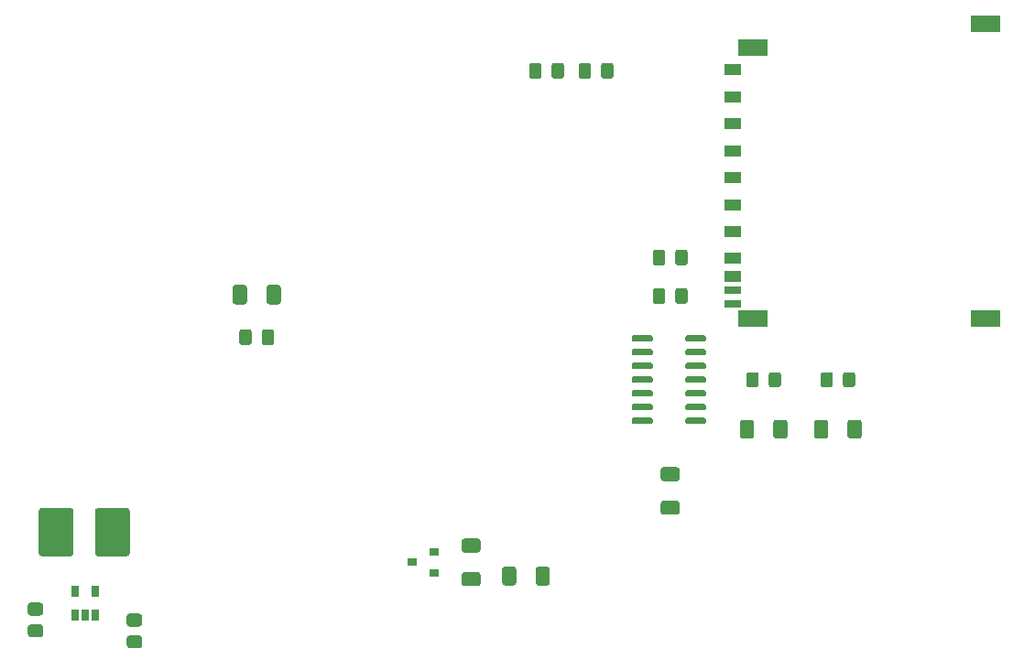
<source format=gbr>
%TF.GenerationSoftware,KiCad,Pcbnew,(5.1.9)-1*%
%TF.CreationDate,2021-11-24T15:49:22-05:00*%
%TF.ProjectId,BattTester,42617474-5465-4737-9465-722e6b696361,rev?*%
%TF.SameCoordinates,Original*%
%TF.FileFunction,Paste,Top*%
%TF.FilePolarity,Positive*%
%FSLAX46Y46*%
G04 Gerber Fmt 4.6, Leading zero omitted, Abs format (unit mm)*
G04 Created by KiCad (PCBNEW (5.1.9)-1) date 2021-11-24 15:49:22*
%MOMM*%
%LPD*%
G01*
G04 APERTURE LIST*
%ADD10R,0.650000X1.060000*%
%ADD11R,0.900000X0.800000*%
%ADD12R,2.800000X1.500000*%
%ADD13R,1.500000X0.700000*%
%ADD14R,1.500000X1.000000*%
G04 APERTURE END LIST*
D10*
%TO.C,U5*%
X151958000Y-123360000D03*
X153858000Y-123360000D03*
X153858000Y-125560000D03*
X152908000Y-125560000D03*
X151958000Y-125560000D03*
%TD*%
%TO.C,R10*%
G36*
G01*
X157930001Y-126600000D02*
X157029999Y-126600000D01*
G75*
G02*
X156780000Y-126350001I0J249999D01*
G01*
X156780000Y-125649999D01*
G75*
G02*
X157029999Y-125400000I249999J0D01*
G01*
X157930001Y-125400000D01*
G75*
G02*
X158180000Y-125649999I0J-249999D01*
G01*
X158180000Y-126350001D01*
G75*
G02*
X157930001Y-126600000I-249999J0D01*
G01*
G37*
G36*
G01*
X157930001Y-128600000D02*
X157029999Y-128600000D01*
G75*
G02*
X156780000Y-128350001I0J249999D01*
G01*
X156780000Y-127649999D01*
G75*
G02*
X157029999Y-127400000I249999J0D01*
G01*
X157930001Y-127400000D01*
G75*
G02*
X158180000Y-127649999I0J-249999D01*
G01*
X158180000Y-128350001D01*
G75*
G02*
X157930001Y-128600000I-249999J0D01*
G01*
G37*
%TD*%
%TO.C,R5*%
G36*
G01*
X148786001Y-125584000D02*
X147885999Y-125584000D01*
G75*
G02*
X147636000Y-125334001I0J249999D01*
G01*
X147636000Y-124633999D01*
G75*
G02*
X147885999Y-124384000I249999J0D01*
G01*
X148786001Y-124384000D01*
G75*
G02*
X149036000Y-124633999I0J-249999D01*
G01*
X149036000Y-125334001D01*
G75*
G02*
X148786001Y-125584000I-249999J0D01*
G01*
G37*
G36*
G01*
X148786001Y-127584000D02*
X147885999Y-127584000D01*
G75*
G02*
X147636000Y-127334001I0J249999D01*
G01*
X147636000Y-126633999D01*
G75*
G02*
X147885999Y-126384000I249999J0D01*
G01*
X148786001Y-126384000D01*
G75*
G02*
X149036000Y-126633999I0J-249999D01*
G01*
X149036000Y-127334001D01*
G75*
G02*
X148786001Y-127584000I-249999J0D01*
G01*
G37*
%TD*%
%TO.C,R4*%
G36*
G01*
X153848000Y-119831000D02*
X153848000Y-115881000D01*
G75*
G02*
X154098000Y-115631000I250000J0D01*
G01*
X156798000Y-115631000D01*
G75*
G02*
X157048000Y-115881000I0J-250000D01*
G01*
X157048000Y-119831000D01*
G75*
G02*
X156798000Y-120081000I-250000J0D01*
G01*
X154098000Y-120081000D01*
G75*
G02*
X153848000Y-119831000I0J250000D01*
G01*
G37*
G36*
G01*
X148648000Y-119831000D02*
X148648000Y-115881000D01*
G75*
G02*
X148898000Y-115631000I250000J0D01*
G01*
X151598000Y-115631000D01*
G75*
G02*
X151848000Y-115881000I0J-250000D01*
G01*
X151848000Y-119831000D01*
G75*
G02*
X151598000Y-120081000I-250000J0D01*
G01*
X148898000Y-120081000D01*
G75*
G02*
X148648000Y-119831000I0J250000D01*
G01*
G37*
%TD*%
%TO.C,R9*%
G36*
G01*
X189220000Y-119750000D02*
X187970000Y-119750000D01*
G75*
G02*
X187720000Y-119500000I0J250000D01*
G01*
X187720000Y-118700000D01*
G75*
G02*
X187970000Y-118450000I250000J0D01*
G01*
X189220000Y-118450000D01*
G75*
G02*
X189470000Y-118700000I0J-250000D01*
G01*
X189470000Y-119500000D01*
G75*
G02*
X189220000Y-119750000I-250000J0D01*
G01*
G37*
G36*
G01*
X189220000Y-122850000D02*
X187970000Y-122850000D01*
G75*
G02*
X187720000Y-122600000I0J250000D01*
G01*
X187720000Y-121800000D01*
G75*
G02*
X187970000Y-121550000I250000J0D01*
G01*
X189220000Y-121550000D01*
G75*
G02*
X189470000Y-121800000I0J-250000D01*
G01*
X189470000Y-122600000D01*
G75*
G02*
X189220000Y-122850000I-250000J0D01*
G01*
G37*
%TD*%
D11*
%TO.C,Q3*%
X183150000Y-120650000D03*
X185150000Y-119700000D03*
X185150000Y-121600000D03*
%TD*%
%TO.C,R8*%
G36*
G01*
X192775000Y-121295000D02*
X192775000Y-122545000D01*
G75*
G02*
X192525000Y-122795000I-250000J0D01*
G01*
X191725000Y-122795000D01*
G75*
G02*
X191475000Y-122545000I0J250000D01*
G01*
X191475000Y-121295000D01*
G75*
G02*
X191725000Y-121045000I250000J0D01*
G01*
X192525000Y-121045000D01*
G75*
G02*
X192775000Y-121295000I0J-250000D01*
G01*
G37*
G36*
G01*
X195875000Y-121295000D02*
X195875000Y-122545000D01*
G75*
G02*
X195625000Y-122795000I-250000J0D01*
G01*
X194825000Y-122795000D01*
G75*
G02*
X194575000Y-122545000I0J250000D01*
G01*
X194575000Y-121295000D01*
G75*
G02*
X194825000Y-121045000I250000J0D01*
G01*
X195625000Y-121045000D01*
G75*
G02*
X195875000Y-121295000I0J-250000D01*
G01*
G37*
%TD*%
%TO.C,U2*%
G36*
G01*
X208383000Y-100099000D02*
X208383000Y-99799000D01*
G75*
G02*
X208533000Y-99649000I150000J0D01*
G01*
X210183000Y-99649000D01*
G75*
G02*
X210333000Y-99799000I0J-150000D01*
G01*
X210333000Y-100099000D01*
G75*
G02*
X210183000Y-100249000I-150000J0D01*
G01*
X208533000Y-100249000D01*
G75*
G02*
X208383000Y-100099000I0J150000D01*
G01*
G37*
G36*
G01*
X208383000Y-101369000D02*
X208383000Y-101069000D01*
G75*
G02*
X208533000Y-100919000I150000J0D01*
G01*
X210183000Y-100919000D01*
G75*
G02*
X210333000Y-101069000I0J-150000D01*
G01*
X210333000Y-101369000D01*
G75*
G02*
X210183000Y-101519000I-150000J0D01*
G01*
X208533000Y-101519000D01*
G75*
G02*
X208383000Y-101369000I0J150000D01*
G01*
G37*
G36*
G01*
X208383000Y-102639000D02*
X208383000Y-102339000D01*
G75*
G02*
X208533000Y-102189000I150000J0D01*
G01*
X210183000Y-102189000D01*
G75*
G02*
X210333000Y-102339000I0J-150000D01*
G01*
X210333000Y-102639000D01*
G75*
G02*
X210183000Y-102789000I-150000J0D01*
G01*
X208533000Y-102789000D01*
G75*
G02*
X208383000Y-102639000I0J150000D01*
G01*
G37*
G36*
G01*
X208383000Y-103909000D02*
X208383000Y-103609000D01*
G75*
G02*
X208533000Y-103459000I150000J0D01*
G01*
X210183000Y-103459000D01*
G75*
G02*
X210333000Y-103609000I0J-150000D01*
G01*
X210333000Y-103909000D01*
G75*
G02*
X210183000Y-104059000I-150000J0D01*
G01*
X208533000Y-104059000D01*
G75*
G02*
X208383000Y-103909000I0J150000D01*
G01*
G37*
G36*
G01*
X208383000Y-105179000D02*
X208383000Y-104879000D01*
G75*
G02*
X208533000Y-104729000I150000J0D01*
G01*
X210183000Y-104729000D01*
G75*
G02*
X210333000Y-104879000I0J-150000D01*
G01*
X210333000Y-105179000D01*
G75*
G02*
X210183000Y-105329000I-150000J0D01*
G01*
X208533000Y-105329000D01*
G75*
G02*
X208383000Y-105179000I0J150000D01*
G01*
G37*
G36*
G01*
X208383000Y-106449000D02*
X208383000Y-106149000D01*
G75*
G02*
X208533000Y-105999000I150000J0D01*
G01*
X210183000Y-105999000D01*
G75*
G02*
X210333000Y-106149000I0J-150000D01*
G01*
X210333000Y-106449000D01*
G75*
G02*
X210183000Y-106599000I-150000J0D01*
G01*
X208533000Y-106599000D01*
G75*
G02*
X208383000Y-106449000I0J150000D01*
G01*
G37*
G36*
G01*
X208383000Y-107719000D02*
X208383000Y-107419000D01*
G75*
G02*
X208533000Y-107269000I150000J0D01*
G01*
X210183000Y-107269000D01*
G75*
G02*
X210333000Y-107419000I0J-150000D01*
G01*
X210333000Y-107719000D01*
G75*
G02*
X210183000Y-107869000I-150000J0D01*
G01*
X208533000Y-107869000D01*
G75*
G02*
X208383000Y-107719000I0J150000D01*
G01*
G37*
G36*
G01*
X203433000Y-107719000D02*
X203433000Y-107419000D01*
G75*
G02*
X203583000Y-107269000I150000J0D01*
G01*
X205233000Y-107269000D01*
G75*
G02*
X205383000Y-107419000I0J-150000D01*
G01*
X205383000Y-107719000D01*
G75*
G02*
X205233000Y-107869000I-150000J0D01*
G01*
X203583000Y-107869000D01*
G75*
G02*
X203433000Y-107719000I0J150000D01*
G01*
G37*
G36*
G01*
X203433000Y-106449000D02*
X203433000Y-106149000D01*
G75*
G02*
X203583000Y-105999000I150000J0D01*
G01*
X205233000Y-105999000D01*
G75*
G02*
X205383000Y-106149000I0J-150000D01*
G01*
X205383000Y-106449000D01*
G75*
G02*
X205233000Y-106599000I-150000J0D01*
G01*
X203583000Y-106599000D01*
G75*
G02*
X203433000Y-106449000I0J150000D01*
G01*
G37*
G36*
G01*
X203433000Y-105179000D02*
X203433000Y-104879000D01*
G75*
G02*
X203583000Y-104729000I150000J0D01*
G01*
X205233000Y-104729000D01*
G75*
G02*
X205383000Y-104879000I0J-150000D01*
G01*
X205383000Y-105179000D01*
G75*
G02*
X205233000Y-105329000I-150000J0D01*
G01*
X203583000Y-105329000D01*
G75*
G02*
X203433000Y-105179000I0J150000D01*
G01*
G37*
G36*
G01*
X203433000Y-103909000D02*
X203433000Y-103609000D01*
G75*
G02*
X203583000Y-103459000I150000J0D01*
G01*
X205233000Y-103459000D01*
G75*
G02*
X205383000Y-103609000I0J-150000D01*
G01*
X205383000Y-103909000D01*
G75*
G02*
X205233000Y-104059000I-150000J0D01*
G01*
X203583000Y-104059000D01*
G75*
G02*
X203433000Y-103909000I0J150000D01*
G01*
G37*
G36*
G01*
X203433000Y-102639000D02*
X203433000Y-102339000D01*
G75*
G02*
X203583000Y-102189000I150000J0D01*
G01*
X205233000Y-102189000D01*
G75*
G02*
X205383000Y-102339000I0J-150000D01*
G01*
X205383000Y-102639000D01*
G75*
G02*
X205233000Y-102789000I-150000J0D01*
G01*
X203583000Y-102789000D01*
G75*
G02*
X203433000Y-102639000I0J150000D01*
G01*
G37*
G36*
G01*
X203433000Y-101369000D02*
X203433000Y-101069000D01*
G75*
G02*
X203583000Y-100919000I150000J0D01*
G01*
X205233000Y-100919000D01*
G75*
G02*
X205383000Y-101069000I0J-150000D01*
G01*
X205383000Y-101369000D01*
G75*
G02*
X205233000Y-101519000I-150000J0D01*
G01*
X203583000Y-101519000D01*
G75*
G02*
X203433000Y-101369000I0J150000D01*
G01*
G37*
G36*
G01*
X203433000Y-100099000D02*
X203433000Y-99799000D01*
G75*
G02*
X203583000Y-99649000I150000J0D01*
G01*
X205233000Y-99649000D01*
G75*
G02*
X205383000Y-99799000I0J-150000D01*
G01*
X205383000Y-100099000D01*
G75*
G02*
X205233000Y-100249000I-150000J0D01*
G01*
X203583000Y-100249000D01*
G75*
G02*
X203433000Y-100099000I0J150000D01*
G01*
G37*
%TD*%
%TO.C,R6*%
G36*
G01*
X206384999Y-114946000D02*
X207635001Y-114946000D01*
G75*
G02*
X207885000Y-115195999I0J-249999D01*
G01*
X207885000Y-115996001D01*
G75*
G02*
X207635001Y-116246000I-249999J0D01*
G01*
X206384999Y-116246000D01*
G75*
G02*
X206135000Y-115996001I0J249999D01*
G01*
X206135000Y-115195999D01*
G75*
G02*
X206384999Y-114946000I249999J0D01*
G01*
G37*
G36*
G01*
X206384999Y-111846000D02*
X207635001Y-111846000D01*
G75*
G02*
X207885000Y-112095999I0J-249999D01*
G01*
X207885000Y-112896001D01*
G75*
G02*
X207635001Y-113146000I-249999J0D01*
G01*
X206384999Y-113146000D01*
G75*
G02*
X206135000Y-112896001I0J249999D01*
G01*
X206135000Y-112095999D01*
G75*
G02*
X206384999Y-111846000I249999J0D01*
G01*
G37*
%TD*%
%TO.C,R2*%
G36*
G01*
X221604000Y-107705999D02*
X221604000Y-108956001D01*
G75*
G02*
X221354001Y-109206000I-249999J0D01*
G01*
X220553999Y-109206000D01*
G75*
G02*
X220304000Y-108956001I0J249999D01*
G01*
X220304000Y-107705999D01*
G75*
G02*
X220553999Y-107456000I249999J0D01*
G01*
X221354001Y-107456000D01*
G75*
G02*
X221604000Y-107705999I0J-249999D01*
G01*
G37*
G36*
G01*
X224704000Y-107705999D02*
X224704000Y-108956001D01*
G75*
G02*
X224454001Y-109206000I-249999J0D01*
G01*
X223653999Y-109206000D01*
G75*
G02*
X223404000Y-108956001I0J249999D01*
G01*
X223404000Y-107705999D01*
G75*
G02*
X223653999Y-107456000I249999J0D01*
G01*
X224454001Y-107456000D01*
G75*
G02*
X224704000Y-107705999I0J-249999D01*
G01*
G37*
%TD*%
%TO.C,R1*%
G36*
G01*
X214746000Y-107705999D02*
X214746000Y-108956001D01*
G75*
G02*
X214496001Y-109206000I-249999J0D01*
G01*
X213695999Y-109206000D01*
G75*
G02*
X213446000Y-108956001I0J249999D01*
G01*
X213446000Y-107705999D01*
G75*
G02*
X213695999Y-107456000I249999J0D01*
G01*
X214496001Y-107456000D01*
G75*
G02*
X214746000Y-107705999I0J-249999D01*
G01*
G37*
G36*
G01*
X217846000Y-107705999D02*
X217846000Y-108956001D01*
G75*
G02*
X217596001Y-109206000I-249999J0D01*
G01*
X216795999Y-109206000D01*
G75*
G02*
X216546000Y-108956001I0J249999D01*
G01*
X216546000Y-107705999D01*
G75*
G02*
X216795999Y-107456000I249999J0D01*
G01*
X217596001Y-107456000D01*
G75*
G02*
X217846000Y-107705999I0J-249999D01*
G01*
G37*
%TD*%
D12*
%TO.C,J2*%
X214615000Y-98105000D03*
X236115000Y-98105000D03*
X236115000Y-70805000D03*
X214615000Y-73005000D03*
D13*
X212815000Y-96710000D03*
X212815000Y-95510000D03*
D14*
X212815000Y-75080000D03*
X212815000Y-94210000D03*
X212815000Y-92510000D03*
X212815000Y-90080000D03*
X212815000Y-87580000D03*
X212815000Y-85080000D03*
X212815000Y-82580000D03*
X212815000Y-80080000D03*
X212815000Y-77580000D03*
%TD*%
%TO.C,D2*%
G36*
G01*
X222054000Y-103308999D02*
X222054000Y-104209001D01*
G75*
G02*
X221804001Y-104459000I-249999J0D01*
G01*
X221153999Y-104459000D01*
G75*
G02*
X220904000Y-104209001I0J249999D01*
G01*
X220904000Y-103308999D01*
G75*
G02*
X221153999Y-103059000I249999J0D01*
G01*
X221804001Y-103059000D01*
G75*
G02*
X222054000Y-103308999I0J-249999D01*
G01*
G37*
G36*
G01*
X224104000Y-103308999D02*
X224104000Y-104209001D01*
G75*
G02*
X223854001Y-104459000I-249999J0D01*
G01*
X223203999Y-104459000D01*
G75*
G02*
X222954000Y-104209001I0J249999D01*
G01*
X222954000Y-103308999D01*
G75*
G02*
X223203999Y-103059000I249999J0D01*
G01*
X223854001Y-103059000D01*
G75*
G02*
X224104000Y-103308999I0J-249999D01*
G01*
G37*
%TD*%
%TO.C,D1*%
G36*
G01*
X215196000Y-103308999D02*
X215196000Y-104209001D01*
G75*
G02*
X214946001Y-104459000I-249999J0D01*
G01*
X214295999Y-104459000D01*
G75*
G02*
X214046000Y-104209001I0J249999D01*
G01*
X214046000Y-103308999D01*
G75*
G02*
X214295999Y-103059000I249999J0D01*
G01*
X214946001Y-103059000D01*
G75*
G02*
X215196000Y-103308999I0J-249999D01*
G01*
G37*
G36*
G01*
X217246000Y-103308999D02*
X217246000Y-104209001D01*
G75*
G02*
X216996001Y-104459000I-249999J0D01*
G01*
X216345999Y-104459000D01*
G75*
G02*
X216096000Y-104209001I0J249999D01*
G01*
X216096000Y-103308999D01*
G75*
G02*
X216345999Y-103059000I249999J0D01*
G01*
X216996001Y-103059000D01*
G75*
G02*
X217246000Y-103308999I0J-249999D01*
G01*
G37*
%TD*%
%TO.C,C6*%
G36*
G01*
X195130000Y-74709000D02*
X195130000Y-75659000D01*
G75*
G02*
X194880000Y-75909000I-250000J0D01*
G01*
X194205000Y-75909000D01*
G75*
G02*
X193955000Y-75659000I0J250000D01*
G01*
X193955000Y-74709000D01*
G75*
G02*
X194205000Y-74459000I250000J0D01*
G01*
X194880000Y-74459000D01*
G75*
G02*
X195130000Y-74709000I0J-250000D01*
G01*
G37*
G36*
G01*
X197205000Y-74709000D02*
X197205000Y-75659000D01*
G75*
G02*
X196955000Y-75909000I-250000J0D01*
G01*
X196280000Y-75909000D01*
G75*
G02*
X196030000Y-75659000I0J250000D01*
G01*
X196030000Y-74709000D01*
G75*
G02*
X196280000Y-74459000I250000J0D01*
G01*
X196955000Y-74459000D01*
G75*
G02*
X197205000Y-74709000I0J-250000D01*
G01*
G37*
%TD*%
%TO.C,C5*%
G36*
G01*
X200602000Y-75659000D02*
X200602000Y-74709000D01*
G75*
G02*
X200852000Y-74459000I250000J0D01*
G01*
X201527000Y-74459000D01*
G75*
G02*
X201777000Y-74709000I0J-250000D01*
G01*
X201777000Y-75659000D01*
G75*
G02*
X201527000Y-75909000I-250000J0D01*
G01*
X200852000Y-75909000D01*
G75*
G02*
X200602000Y-75659000I0J250000D01*
G01*
G37*
G36*
G01*
X198527000Y-75659000D02*
X198527000Y-74709000D01*
G75*
G02*
X198777000Y-74459000I250000J0D01*
G01*
X199452000Y-74459000D01*
G75*
G02*
X199702000Y-74709000I0J-250000D01*
G01*
X199702000Y-75659000D01*
G75*
G02*
X199452000Y-75909000I-250000J0D01*
G01*
X198777000Y-75909000D01*
G75*
G02*
X198527000Y-75659000I0J250000D01*
G01*
G37*
%TD*%
%TO.C,C4*%
G36*
G01*
X207460000Y-92931000D02*
X207460000Y-91981000D01*
G75*
G02*
X207710000Y-91731000I250000J0D01*
G01*
X208385000Y-91731000D01*
G75*
G02*
X208635000Y-91981000I0J-250000D01*
G01*
X208635000Y-92931000D01*
G75*
G02*
X208385000Y-93181000I-250000J0D01*
G01*
X207710000Y-93181000D01*
G75*
G02*
X207460000Y-92931000I0J250000D01*
G01*
G37*
G36*
G01*
X205385000Y-92931000D02*
X205385000Y-91981000D01*
G75*
G02*
X205635000Y-91731000I250000J0D01*
G01*
X206310000Y-91731000D01*
G75*
G02*
X206560000Y-91981000I0J-250000D01*
G01*
X206560000Y-92931000D01*
G75*
G02*
X206310000Y-93181000I-250000J0D01*
G01*
X205635000Y-93181000D01*
G75*
G02*
X205385000Y-92931000I0J250000D01*
G01*
G37*
%TD*%
%TO.C,C3*%
G36*
G01*
X207460000Y-96487000D02*
X207460000Y-95537000D01*
G75*
G02*
X207710000Y-95287000I250000J0D01*
G01*
X208385000Y-95287000D01*
G75*
G02*
X208635000Y-95537000I0J-250000D01*
G01*
X208635000Y-96487000D01*
G75*
G02*
X208385000Y-96737000I-250000J0D01*
G01*
X207710000Y-96737000D01*
G75*
G02*
X207460000Y-96487000I0J250000D01*
G01*
G37*
G36*
G01*
X205385000Y-96487000D02*
X205385000Y-95537000D01*
G75*
G02*
X205635000Y-95287000I250000J0D01*
G01*
X206310000Y-95287000D01*
G75*
G02*
X206560000Y-95537000I0J-250000D01*
G01*
X206560000Y-96487000D01*
G75*
G02*
X206310000Y-96737000I-250000J0D01*
G01*
X205635000Y-96737000D01*
G75*
G02*
X205385000Y-96487000I0J250000D01*
G01*
G37*
%TD*%
%TO.C,C2*%
G36*
G01*
X167883000Y-95234997D02*
X167883000Y-96535003D01*
G75*
G02*
X167633003Y-96785000I-249997J0D01*
G01*
X166807997Y-96785000D01*
G75*
G02*
X166558000Y-96535003I0J249997D01*
G01*
X166558000Y-95234997D01*
G75*
G02*
X166807997Y-94985000I249997J0D01*
G01*
X167633003Y-94985000D01*
G75*
G02*
X167883000Y-95234997I0J-249997D01*
G01*
G37*
G36*
G01*
X171008000Y-95234997D02*
X171008000Y-96535003D01*
G75*
G02*
X170758003Y-96785000I-249997J0D01*
G01*
X169932997Y-96785000D01*
G75*
G02*
X169683000Y-96535003I0J249997D01*
G01*
X169683000Y-95234997D01*
G75*
G02*
X169932997Y-94985000I249997J0D01*
G01*
X170758003Y-94985000D01*
G75*
G02*
X171008000Y-95234997I0J-249997D01*
G01*
G37*
%TD*%
%TO.C,C1*%
G36*
G01*
X169233000Y-100297000D02*
X169233000Y-99347000D01*
G75*
G02*
X169483000Y-99097000I250000J0D01*
G01*
X170158000Y-99097000D01*
G75*
G02*
X170408000Y-99347000I0J-250000D01*
G01*
X170408000Y-100297000D01*
G75*
G02*
X170158000Y-100547000I-250000J0D01*
G01*
X169483000Y-100547000D01*
G75*
G02*
X169233000Y-100297000I0J250000D01*
G01*
G37*
G36*
G01*
X167158000Y-100297000D02*
X167158000Y-99347000D01*
G75*
G02*
X167408000Y-99097000I250000J0D01*
G01*
X168083000Y-99097000D01*
G75*
G02*
X168333000Y-99347000I0J-250000D01*
G01*
X168333000Y-100297000D01*
G75*
G02*
X168083000Y-100547000I-250000J0D01*
G01*
X167408000Y-100547000D01*
G75*
G02*
X167158000Y-100297000I0J250000D01*
G01*
G37*
%TD*%
M02*

</source>
